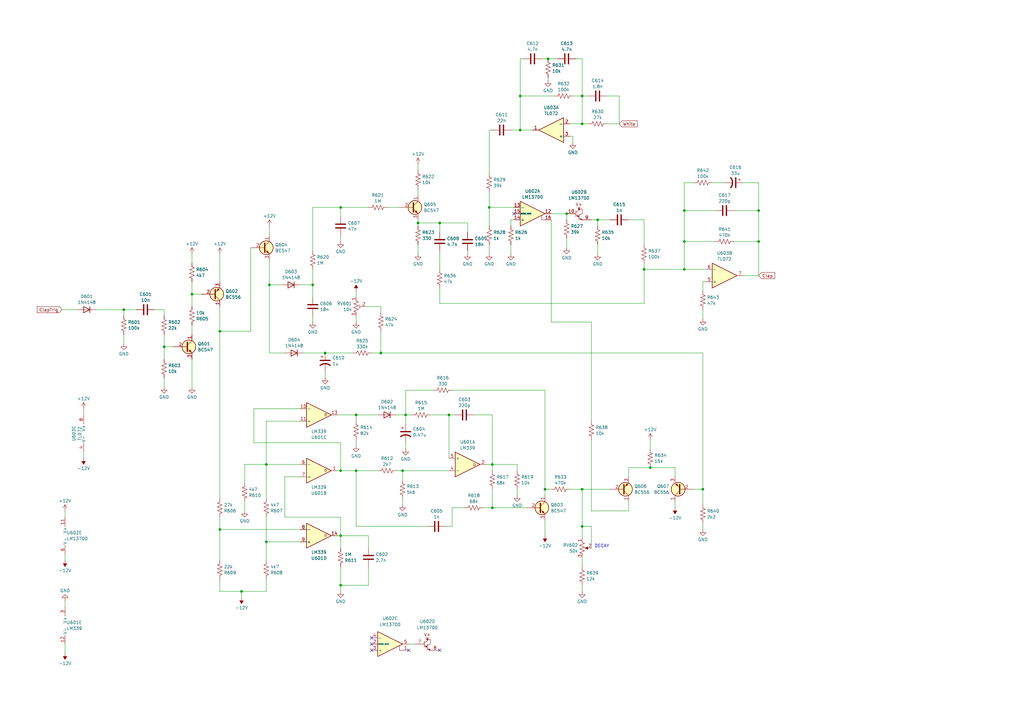
<source format=kicad_sch>
(kicad_sch (version 20230121) (generator eeschema)
  (paper "A3")
  (junction (at 78.74 120.65))
  (junction (at 90.17 217.17))
  (junction (at 213.36 39.37))
  (junction (at 224.79 24.13))
  (junction (at 311.15 86.36))
  (junction (at 99.06 242.57))
  (junction (at 245.11 90.17))
  (junction (at 50.8 127))
  (junction (at 133.35 144.78))
  (junction (at 166.37 170.18))
  (junction (at 288.29 200.66))
  (junction (at 165.1 193.04))
  (junction (at 232.41 87.63))
  (junction (at 238.76 215.9))
  (junction (at 90.17 135.89))
  (junction (at 266.7 191.77))
  (junction (at 264.16 110.49))
  (junction (at 156.21 144.78))
  (junction (at 238.76 39.37))
  (junction (at 223.52 200.66))
  (junction (at 109.22 222.25))
  (junction (at 213.36 53.34))
  (junction (at 110.49 116.84))
  (junction (at 200.66 85.09))
  (junction (at 146.05 170.18))
  (junction (at 238.76 50.8))
  (junction (at 201.93 190.5))
  (junction (at 139.7 240.03))
  (junction (at 171.45 91.44))
  (junction (at 67.31 142.24))
  (junction (at 128.27 116.84))
  (junction (at 184.15 170.18))
  (junction (at 146.05 193.04))
  (junction (at 109.22 190.5))
  (junction (at 311.15 99.06))
  (junction (at 201.93 208.28))
  (junction (at 139.7 85.09))
  (junction (at 280.67 110.49))
  (junction (at 139.7 219.71))
  (junction (at 238.76 200.66))
  (junction (at 180.34 91.44))
  (junction (at 280.67 99.06))
  (junction (at 280.67 86.36))
  (junction (at 139.7 193.04))
  (no_connect (at 152.4 266.7))
  (no_connect (at 167.64 266.7))
  (no_connect (at 180.34 266.7))
  (no_connect (at 152.4 261.62))
  (no_connect (at 152.4 264.16))
  (no_connect (at 210.82 87.63))
  (wire (pts (xy 146.05 129.54) (xy 146.05 132.08)))
  (wire (pts (xy 99.06 242.57) (xy 109.22 242.57)))
  (wire (pts (xy 224.79 24.13) (xy 228.6 24.13)))
  (wire (pts (xy 280.67 99.06) (xy 280.67 110.49)))
  (wire (pts (xy 26.67 264.16) (xy 26.67 267.97)))
  (wire (pts (xy 184.15 170.18) (xy 186.69 170.18)))
  (wire (pts (xy 201.93 190.5) (xy 201.93 193.04)))
  (wire (pts (xy 238.76 215.9) (xy 238.76 220.98)))
  (wire (pts (xy 288.29 207.01) (xy 288.29 200.66)))
  (wire (pts (xy 311.15 74.93) (xy 311.15 86.36)))
  (wire (pts (xy 209.55 100.33) (xy 209.55 104.14)))
  (wire (pts (xy 185.42 215.9) (xy 185.42 208.28)))
  (wire (pts (xy 110.49 144.78) (xy 110.49 116.84)))
  (wire (pts (xy 123.19 116.84) (xy 128.27 116.84)))
  (wire (pts (xy 67.31 142.24) (xy 67.31 147.32)))
  (wire (pts (xy 123.19 167.64) (xy 104.14 167.64)))
  (wire (pts (xy 104.14 167.64) (xy 104.14 181.61)))
  (wire (pts (xy 264.16 90.17) (xy 257.81 90.17)))
  (wire (pts (xy 104.14 181.61) (xy 139.7 181.61)))
  (wire (pts (xy 223.52 200.66) (xy 226.06 200.66)))
  (wire (pts (xy 209.55 53.34) (xy 213.36 53.34)))
  (wire (pts (xy 201.93 208.28) (xy 215.9 208.28)))
  (wire (pts (xy 128.27 129.54) (xy 128.27 132.08)))
  (wire (pts (xy 180.34 102.87) (xy 180.34 110.49)))
  (wire (pts (xy 194.31 170.18) (xy 201.93 170.18)))
  (wire (pts (xy 110.49 116.84) (xy 110.49 106.68)))
  (wire (pts (xy 90.17 135.89) (xy 90.17 204.47)))
  (wire (pts (xy 284.48 74.93) (xy 280.67 74.93)))
  (wire (pts (xy 50.8 137.16) (xy 50.8 140.97)))
  (wire (pts (xy 185.42 208.28) (xy 190.5 208.28)))
  (wire (pts (xy 171.45 67.31) (xy 171.45 69.85)))
  (wire (pts (xy 288.29 200.66) (xy 284.48 200.66)))
  (wire (pts (xy 224.79 31.75) (xy 224.79 33.02)))
  (wire (pts (xy 109.22 212.09) (xy 109.22 222.25)))
  (wire (pts (xy 162.56 170.18) (xy 166.37 170.18)))
  (wire (pts (xy 254 50.8) (xy 254 39.37)))
  (wire (pts (xy 209.55 90.17) (xy 210.82 90.17)))
  (wire (pts (xy 245.11 90.17) (xy 245.11 92.71)))
  (wire (pts (xy 139.7 219.71) (xy 138.43 219.71)))
  (wire (pts (xy 242.57 90.17) (xy 245.11 90.17)))
  (wire (pts (xy 245.11 100.33) (xy 245.11 104.14)))
  (wire (pts (xy 109.22 190.5) (xy 123.19 190.5)))
  (wire (pts (xy 139.7 193.04) (xy 146.05 193.04)))
  (wire (pts (xy 26.67 246.38) (xy 26.67 248.92)))
  (wire (pts (xy 288.29 144.78) (xy 288.29 200.66)))
  (wire (pts (xy 123.19 172.72) (xy 109.22 172.72)))
  (wire (pts (xy 165.1 204.47) (xy 165.1 207.01)))
  (wire (pts (xy 184.15 170.18) (xy 184.15 187.96)))
  (wire (pts (xy 67.31 142.24) (xy 71.12 142.24)))
  (wire (pts (xy 257.81 209.55) (xy 257.81 205.74)))
  (wire (pts (xy 276.86 191.77) (xy 276.86 195.58)))
  (wire (pts (xy 100.33 198.12) (xy 100.33 190.5)))
  (wire (pts (xy 232.41 97.79) (xy 232.41 101.6)))
  (wire (pts (xy 167.64 264.16) (xy 170.18 264.16)))
  (wire (pts (xy 201.93 170.18) (xy 201.93 190.5)))
  (wire (pts (xy 152.4 144.78) (xy 156.21 144.78)))
  (wire (pts (xy 238.76 240.03) (xy 238.76 242.57)))
  (wire (pts (xy 266.7 191.77) (xy 276.86 191.77)))
  (wire (pts (xy 276.86 205.74) (xy 276.86 208.28)))
  (wire (pts (xy 311.15 86.36) (xy 311.15 99.06)))
  (wire (pts (xy 238.76 228.6) (xy 238.76 232.41)))
  (wire (pts (xy 222.25 24.13) (xy 224.79 24.13)))
  (wire (pts (xy 109.22 242.57) (xy 109.22 237.49)))
  (wire (pts (xy 242.57 224.79) (xy 242.57 215.9)))
  (wire (pts (xy 139.7 193.04) (xy 138.43 193.04)))
  (wire (pts (xy 238.76 24.13) (xy 236.22 24.13)))
  (wire (pts (xy 257.81 195.58) (xy 257.81 191.77)))
  (wire (pts (xy 139.7 212.09) (xy 139.7 219.71)))
  (wire (pts (xy 180.34 91.44) (xy 180.34 95.25)))
  (wire (pts (xy 133.35 144.78) (xy 144.78 144.78)))
  (wire (pts (xy 288.29 127) (xy 288.29 130.81)))
  (wire (pts (xy 99.06 245.11) (xy 99.06 242.57)))
  (wire (pts (xy 156.21 144.78) (xy 288.29 144.78)))
  (wire (pts (xy 180.34 118.11) (xy 180.34 124.46)))
  (wire (pts (xy 123.19 195.58) (xy 116.84 195.58)))
  (wire (pts (xy 34.29 185.42) (xy 34.29 187.96)))
  (wire (pts (xy 78.74 120.65) (xy 82.55 120.65)))
  (wire (pts (xy 162.56 193.04) (xy 165.1 193.04)))
  (wire (pts (xy 280.67 86.36) (xy 280.67 99.06)))
  (wire (pts (xy 90.17 125.73) (xy 90.17 135.89)))
  (wire (pts (xy 257.81 191.77) (xy 266.7 191.77)))
  (wire (pts (xy 67.31 137.16) (xy 67.31 142.24)))
  (wire (pts (xy 90.17 104.14) (xy 90.17 115.57)))
  (wire (pts (xy 180.34 91.44) (xy 191.77 91.44)))
  (wire (pts (xy 115.57 116.84) (xy 110.49 116.84)))
  (wire (pts (xy 139.7 181.61) (xy 139.7 193.04)))
  (wire (pts (xy 151.13 219.71) (xy 151.13 224.79)))
  (wire (pts (xy 238.76 50.8) (xy 238.76 39.37)))
  (wire (pts (xy 139.7 219.71) (xy 139.7 224.79)))
  (wire (pts (xy 90.17 212.09) (xy 90.17 217.17)))
  (wire (pts (xy 139.7 85.09) (xy 151.13 85.09)))
  (wire (pts (xy 280.67 99.06) (xy 293.37 99.06)))
  (wire (pts (xy 156.21 125.73) (xy 156.21 128.27)))
  (wire (pts (xy 110.49 92.71) (xy 110.49 96.52)))
  (wire (pts (xy 138.43 170.18) (xy 146.05 170.18)))
  (wire (pts (xy 213.36 24.13) (xy 213.36 39.37)))
  (wire (pts (xy 264.16 90.17) (xy 264.16 100.33)))
  (wire (pts (xy 102.87 101.6) (xy 102.87 135.89)))
  (wire (pts (xy 78.74 120.65) (xy 78.74 125.73)))
  (wire (pts (xy 139.7 240.03) (xy 139.7 242.57)))
  (wire (pts (xy 213.36 39.37) (xy 227.33 39.37)))
  (wire (pts (xy 200.66 100.33) (xy 200.66 104.14)))
  (wire (pts (xy 63.5 127) (xy 67.31 127)))
  (wire (pts (xy 128.27 116.84) (xy 128.27 121.92)))
  (wire (pts (xy 200.66 85.09) (xy 210.82 85.09)))
  (wire (pts (xy 201.93 190.5) (xy 212.09 190.5)))
  (wire (pts (xy 238.76 50.8) (xy 241.3 50.8)))
  (wire (pts (xy 90.17 242.57) (xy 90.17 237.49)))
  (wire (pts (xy 198.12 208.28) (xy 201.93 208.28)))
  (wire (pts (xy 146.05 193.04) (xy 154.94 193.04)))
  (wire (pts (xy 124.46 144.78) (xy 133.35 144.78)))
  (wire (pts (xy 191.77 91.44) (xy 191.77 95.25)))
  (wire (pts (xy 232.41 87.63) (xy 232.41 90.17)))
  (wire (pts (xy 146.05 180.34) (xy 146.05 182.88)))
  (wire (pts (xy 128.27 110.49) (xy 128.27 116.84)))
  (wire (pts (xy 200.66 92.71) (xy 200.66 85.09)))
  (wire (pts (xy 116.84 195.58) (xy 116.84 212.09)))
  (wire (pts (xy 171.45 100.33) (xy 171.45 104.14)))
  (wire (pts (xy 238.76 200.66) (xy 238.76 215.9)))
  (wire (pts (xy 266.7 180.34) (xy 266.7 184.15)))
  (wire (pts (xy 280.67 110.49) (xy 289.56 110.49)))
  (wire (pts (xy 248.92 50.8) (xy 254 50.8)))
  (wire (pts (xy 39.37 127) (xy 50.8 127)))
  (wire (pts (xy 26.67 209.55) (xy 26.67 212.09)))
  (wire (pts (xy 242.57 209.55) (xy 257.81 209.55)))
  (wire (pts (xy 226.06 87.63) (xy 232.41 87.63)))
  (wire (pts (xy 171.45 77.47) (xy 171.45 80.01)))
  (wire (pts (xy 109.22 190.5) (xy 109.22 204.47)))
  (wire (pts (xy 176.53 170.18) (xy 184.15 170.18)))
  (wire (pts (xy 139.7 219.71) (xy 151.13 219.71)))
  (wire (pts (xy 242.57 209.55) (xy 242.57 180.34)))
  (wire (pts (xy 146.05 170.18) (xy 146.05 172.72)))
  (wire (pts (xy 200.66 53.34) (xy 201.93 53.34)))
  (wire (pts (xy 264.16 107.95) (xy 264.16 110.49)))
  (wire (pts (xy 175.26 215.9) (xy 146.05 215.9)))
  (wire (pts (xy 242.57 172.72) (xy 242.57 132.08)))
  (wire (pts (xy 234.95 58.42) (xy 234.95 55.88)))
  (wire (pts (xy 288.29 119.38) (xy 288.29 115.57)))
  (wire (pts (xy 311.15 113.03) (xy 304.8 113.03)))
  (wire (pts (xy 78.74 104.14) (xy 78.74 107.95)))
  (wire (pts (xy 171.45 90.17) (xy 171.45 91.44)))
  (wire (pts (xy 201.93 200.66) (xy 201.93 208.28)))
  (wire (pts (xy 165.1 193.04) (xy 184.15 193.04)))
  (wire (pts (xy 116.84 212.09) (xy 139.7 212.09)))
  (wire (pts (xy 25.4 127) (xy 31.75 127)))
  (wire (pts (xy 201.93 190.5) (xy 199.39 190.5)))
  (wire (pts (xy 223.52 213.36) (xy 223.52 219.71)))
  (wire (pts (xy 139.7 232.41) (xy 139.7 240.03)))
  (wire (pts (xy 233.68 50.8) (xy 238.76 50.8)))
  (wire (pts (xy 90.17 217.17) (xy 90.17 229.87)))
  (wire (pts (xy 288.29 214.63) (xy 288.29 217.17)))
  (wire (pts (xy 242.57 132.08) (xy 226.06 132.08)))
  (wire (pts (xy 158.75 85.09) (xy 163.83 85.09)))
  (wire (pts (xy 238.76 200.66) (xy 250.19 200.66)))
  (wire (pts (xy 238.76 215.9) (xy 242.57 215.9)))
  (wire (pts (xy 100.33 205.74) (xy 100.33 209.55)))
  (wire (pts (xy 245.11 90.17) (xy 250.19 90.17)))
  (wire (pts (xy 102.87 135.89) (xy 90.17 135.89)))
  (wire (pts (xy 223.52 200.66) (xy 223.52 160.02)))
  (wire (pts (xy 139.7 240.03) (xy 151.13 240.03)))
  (wire (pts (xy 149.86 125.73) (xy 156.21 125.73)))
  (wire (pts (xy 78.74 133.35) (xy 78.74 137.16)))
  (wire (pts (xy 151.13 240.03) (xy 151.13 232.41)))
  (wire (pts (xy 156.21 144.78) (xy 156.21 135.89)))
  (wire (pts (xy 146.05 215.9) (xy 146.05 193.04)))
  (wire (pts (xy 223.52 203.2) (xy 223.52 200.66)))
  (wire (pts (xy 166.37 170.18) (xy 166.37 173.99)))
  (wire (pts (xy 99.06 242.57) (xy 90.17 242.57)))
  (wire (pts (xy 214.63 24.13) (xy 213.36 24.13)))
  (wire (pts (xy 292.1 74.93) (xy 297.18 74.93)))
  (wire (pts (xy 146.05 119.38) (xy 146.05 121.92)))
  (wire (pts (xy 264.16 110.49) (xy 264.16 124.46)))
  (wire (pts (xy 128.27 85.09) (xy 139.7 85.09)))
  (wire (pts (xy 280.67 86.36) (xy 293.37 86.36)))
  (wire (pts (xy 171.45 91.44) (xy 171.45 92.71)))
  (wire (pts (xy 109.22 222.25) (xy 123.19 222.25)))
  (wire (pts (xy 26.67 227.33) (xy 26.67 229.87)))
  (wire (pts (xy 67.31 127) (xy 67.31 129.54)))
  (wire (pts (xy 139.7 85.09) (xy 139.7 88.9)))
  (wire (pts (xy 280.67 74.93) (xy 280.67 86.36)))
  (wire (pts (xy 171.45 91.44) (xy 180.34 91.44)))
  (wire (pts (xy 288.29 115.57) (xy 289.56 115.57)))
  (wire (pts (xy 78.74 115.57) (xy 78.74 120.65)))
  (wire (pts (xy 213.36 39.37) (xy 213.36 53.34)))
  (wire (pts (xy 165.1 193.04) (xy 165.1 196.85)))
  (wire (pts (xy 223.52 160.02) (xy 185.42 160.02)))
  (wire (pts (xy 200.66 71.12) (xy 200.66 53.34)))
  (wire (pts (xy 166.37 160.02) (xy 166.37 170.18)))
  (wire (pts (xy 209.55 92.71) (xy 209.55 90.17)))
  (wire (pts (xy 109.22 172.72) (xy 109.22 190.5)))
  (wire (pts (xy 234.95 39.37) (xy 238.76 39.37)))
  (wire (pts (xy 300.99 86.36) (xy 311.15 86.36)))
  (wire (pts (xy 50.8 127) (xy 55.88 127)))
  (wire (pts (xy 166.37 170.18) (xy 168.91 170.18)))
  (wire (pts (xy 264.16 110.49) (xy 280.67 110.49)))
  (wire (pts (xy 182.88 215.9) (xy 185.42 215.9)))
  (wire (pts (xy 166.37 181.61) (xy 166.37 184.15)))
  (wire (pts (xy 116.84 144.78) (xy 110.49 144.78)))
  (wire (pts (xy 304.8 74.93) (xy 311.15 74.93)))
  (wire (pts (xy 200.66 78.74) (xy 200.66 85.09)))
  (wire (pts (xy 300.99 99.06) (xy 311.15 99.06)))
  (wire (pts (xy 133.35 152.4) (xy 133.35 154.94)))
  (wire (pts (xy 50.8 127) (xy 50.8 129.54)))
  (wire (pts (xy 109.22 222.25) (xy 109.22 229.87)))
  (wire (pts (xy 78.74 147.32) (xy 78.74 158.75)))
  (wire (pts (xy 226.06 132.08) (xy 226.06 90.17)))
  (wire (pts (xy 191.77 102.87) (xy 191.77 104.14)))
  (wire (pts (xy 233.68 200.66) (xy 238.76 200.66)))
  (wire (pts (xy 238.76 39.37) (xy 238.76 24.13)))
  (wire (pts (xy 67.31 154.94) (xy 67.31 158.75)))
  (wire (pts (xy 212.09 190.5) (xy 212.09 193.04)))
  (wire (pts (xy 311.15 99.06) (xy 311.15 113.03)))
  (wire (pts (xy 139.7 96.52) (xy 139.7 99.06)))
  (wire (pts (xy 177.8 160.02) (xy 166.37 160.02)))
  (wire (pts (xy 254 39.37) (xy 248.92 39.37)))
  (wire (pts (xy 128.27 102.87) (xy 128.27 85.09)))
  (wire (pts (xy 213.36 53.34) (xy 218.44 53.34)))
  (wire (pts (xy 146.05 170.18) (xy 154.94 170.18)))
  (wire (pts (xy 238.76 39.37) (xy 241.3 39.37)))
  (wire (pts (xy 100.33 190.5) (xy 109.22 190.5)))
  (wire (pts (xy 180.34 124.46) (xy 264.16 124.46)))
  (wire (pts (xy 90.17 217.17) (xy 123.19 217.17)))
  (wire (pts (xy 234.95 55.88) (xy 233.68 55.88)))
  (wire (pts (xy 34.29 167.64) (xy 34.29 170.18)))
  (wire (pts (xy 212.09 200.66) (xy 212.09 203.2)))
  (text "DECAY" (at 243.84 224.79 0) (effects (font (size 1.27 1.27)) (justify left bottom)))
  (global_label "White" (shape input) (at 254 50.8 0) (property "Intersheetrefs" "${INTERSHEET_REFS}" (effects hide)))
  (global_label "ClapTrig" (shape input) (at 25.4 127 180) (property "Intersheetrefs" "${INTERSHEET_REFS}" (effects hide)))
  (global_label "Clap" (shape input) (at 311.15 113.03 0) (property "Intersheetrefs" "${INTERSHEET_REFS}" (effects hide)))
  (symbol (lib_id "PCM_4ms_Power-symbol:GND") (at 139.7 242.57 0) (unit 1)
    (property "Reference" "#PWR0610" (effects hide))
    (property "Value" "GND" (at 139.7 246.7031 0))
  )
  (symbol (lib_id "Diode:1N4148") (at 35.56 127 180) (unit 1)
    (property "Reference" "D601" (at 35.56 121.5857 0))
    (property "Value" "1N4148" (at 35.56 124.0099 0))
    (property "Footprint" "Diode_THT:D_DO-35_SOD27_P7.62mm_Horizontal" (effects hide))
    (property "Datasheet" "https://assets.nexperia.com/documents/data-sheet/1N4148_1N4448.pdf" (effects hide))
    (property "Sim.Device" "D" (effects hide))
    (property "Sim.Pins" "1=K 2=A" (effects hide))
  )
  (symbol (lib_id "Device:R_US") (at 201.93 196.85 180) (unit 1)
    (property "Reference" "R617" (at 203.581 195.6379 0) (effects (justify right)))
    (property "Value" "68k" (at 203.581 198.0621 0) (effects (justify right)))
    (property "Footprint" "PCM_Resistor_THT_AKL:R_Axial_DIN0207_L6.3mm_D2.5mm_P7.62mm_Horizontal" (effects hide))
  )
  (symbol (lib_id "Device:R_US") (at 109.22 208.28 0) (mirror x) (unit 1)
    (property "Reference" "R607" (at 110.871 209.4921 0) (effects (justify left)))
    (property "Value" "4k7" (at 110.871 207.0679 0) (effects (justify left)))
    (property "Footprint" "PCM_Resistor_THT_AKL:R_Axial_DIN0207_L6.3mm_D2.5mm_P7.62mm_Horizontal" (effects hide))
  )
  (symbol (lib_id "power:-12V") (at 223.52 219.71 180) (unit 1)
    (property "Reference" "#PWR0614" (effects hide))
    (property "Value" "-12V" (at 223.52 223.8431 0))
  )
  (symbol (lib_id "Device:C") (at 191.77 99.06 0) (unit 1)
    (property "Reference" "C609" (at 194.691 97.8479 0) (effects (justify left)))
    (property "Value" "18n" (at 194.691 100.2721 0) (effects (justify left)))
    (property "Footprint" "Capacitor_THT:C_Disc_D4.7mm_W2.5mm_P5.00mm" (effects hide))
  )
  (symbol (lib_id "Diode:1N4148") (at 158.75 170.18 180) (unit 1)
    (property "Reference" "D602" (at 158.75 164.7657 0))
    (property "Value" "1N4148" (at 158.75 167.1899 0))
    (property "Footprint" "Diode_THT:D_DO-35_SOD27_P7.62mm_Horizontal" (effects hide))
    (property "Datasheet" "https://assets.nexperia.com/documents/data-sheet/1N4148_1N4448.pdf" (effects hide))
    (property "Sim.Device" "D" (effects hide))
    (property "Sim.Pins" "1=K 2=A" (effects hide))
  )
  (symbol (lib_id "PCM_4ms_Power-symbol:GND") (at 139.7 99.06 0) (unit 1)
    (property "Reference" "#PWR0618" (effects hide))
    (property "Value" "GND" (at 139.7 103.1931 0))
  )
  (symbol (lib_id "Device:C") (at 151.13 228.6 0) (unit 1)
    (property "Reference" "C602" (at 154.051 227.3879 0) (effects (justify left)))
    (property "Value" "2.7n" (at 154.051 229.8121 0) (effects (justify left)))
    (property "Footprint" "Capacitor_THT:C_Disc_D4.7mm_W2.5mm_P5.00mm" (effects hide))
  )
  (symbol (lib_id "Device:R_US") (at 158.75 193.04 90) (unit 1)
    (property "Reference" "R612" (at 158.75 188.0067 90))
    (property "Value" "2k7" (at 158.75 190.4309 90))
    (property "Footprint" "PCM_Resistor_THT_AKL:R_Axial_DIN0207_L6.3mm_D2.5mm_P7.62mm_Horizontal" (effects hide))
  )
  (symbol (lib_id "Device:R_US") (at 266.7 187.96 180) (unit 1)
    (property "Reference" "R634" (at 268.351 186.7479 0) (effects (justify right)))
    (property "Value" "15k" (at 268.351 189.1721 0) (effects (justify right)))
    (property "Footprint" "PCM_Resistor_THT_AKL:R_Axial_DIN0207_L6.3mm_D2.5mm_P7.62mm_Horizontal" (effects hide))
  )
  (symbol (lib_id "Device:R_US") (at 288.29 74.93 90) (unit 1)
    (property "Reference" "R642" (at 288.29 69.8967 90))
    (property "Value" "100k" (at 288.29 72.3209 90))
    (property "Footprint" "PCM_Resistor_THT_AKL:R_Axial_DIN0207_L6.3mm_D2.5mm_P7.62mm_Horizontal" (effects hide))
  )
  (symbol (lib_id "Device:R_US") (at 109.22 233.68 0) (mirror x) (unit 1)
    (property "Reference" "R608" (at 110.871 234.8921 0) (effects (justify left)))
    (property "Value" "4k7" (at 110.871 232.4679 0) (effects (justify left)))
    (property "Footprint" "PCM_Resistor_THT_AKL:R_Axial_DIN0207_L6.3mm_D2.5mm_P7.62mm_Horizontal" (effects hide))
  )
  (symbol (lib_id "power:-12V") (at 34.29 187.96 180) (unit 1)
    (property "Reference" "#PWR0629" (effects hide))
    (property "Value" "-12V" (at 34.29 192.0931 0))
  )
  (symbol (lib_id "PCM_4ms_Power-symbol:GND") (at 78.74 158.75 0) (unit 1)
    (property "Reference" "#PWR0603" (effects hide))
    (property "Value" "GND" (at 78.74 162.8831 0))
  )
  (symbol (lib_id "Device:R_US") (at 288.29 123.19 0) (unit 1)
    (property "Reference" "R643" (at 289.941 121.9779 0) (effects (justify left)))
    (property "Value" "47k" (at 289.941 124.4021 0) (effects (justify left)))
    (property "Footprint" "PCM_Resistor_THT_AKL:R_Axial_DIN0207_L6.3mm_D2.5mm_P7.62mm_Horizontal" (effects hide))
  )
  (symbol (lib_id "PCM_4ms_Power-symbol:GND") (at 288.29 130.81 0) (unit 1)
    (property "Reference" "#PWR0639" (effects hide))
    (property "Value" "GND" (at 288.29 134.9431 0))
  )
  (symbol (lib_id "PCM_4ms_Power-symbol:GND") (at 232.41 101.6 0) (unit 1)
    (property "Reference" "#PWR0626" (effects hide))
    (property "Value" "GND" (at 232.41 105.7331 0))
  )
  (symbol (lib_id "Device:C_Polarized_US") (at 300.99 74.93 270) (unit 1)
    (property "Reference" "C616" (at 301.625 68.6267 90))
    (property "Value" "33u" (at 301.625 71.0509 90))
    (property "Footprint" "Capacitor_THT:CP_Radial_D6.3mm_P2.50mm" (effects hide))
  )
  (symbol (lib_id "PCM_Transistor_BJT_AKL:BC556") (at 87.63 120.65 0) (unit 1)
    (property "Reference" "Q602" (at 92.4814 119.4379 0) (effects (justify left)))
    (property "Value" "BC556" (at 92.4814 121.8621 0) (effects (justify left)))
    (property "Footprint" "Package_TO_SOT_THT:TO-92L_HandSolder" (effects hide))
    (property "Datasheet" "https://www.tme.eu/Document/19c3b49670dc51eab7374dcc2c4f9200/BC556-BC560.pdf" (effects hide))
  )
  (symbol (lib_id "PCM_4ms_Power-symbol:+12V") (at 110.49 92.71 0) (unit 1)
    (property "Reference" "#PWR0616" (effects hide))
    (property "Value" "+12V" (at 110.49 88.5769 0))
  )
  (symbol (lib_id "PCM_4ms_Power-symbol:GND") (at 191.77 104.14 0) (unit 1)
    (property "Reference" "#PWR0623" (effects hide))
    (property "Value" "GND" (at 191.77 108.2731 0))
  )
  (symbol (lib_id "Device:R_US") (at 245.11 50.8 90) (unit 1)
    (property "Reference" "R630" (at 245.11 45.7667 90))
    (property "Value" "27k" (at 245.11 48.1909 90))
    (property "Footprint" "PCM_Resistor_THT_AKL:R_Axial_DIN0207_L6.3mm_D2.5mm_P7.62mm_Horizontal" (effects hide))
  )
  (symbol (lib_id "PCM_4ms_Power-symbol:GND") (at 238.76 242.57 0) (unit 1)
    (property "Reference" "#PWR0637" (effects hide))
    (property "Value" "GND" (at 238.76 246.7031 0))
  )
  (symbol (lib_id "Device:R_US") (at 139.7 228.6 0) (mirror x) (unit 1)
    (property "Reference" "R611" (at 141.351 229.8121 0) (effects (justify left)))
    (property "Value" "1M" (at 141.351 227.3879 0) (effects (justify left)))
    (property "Footprint" "PCM_Resistor_THT_AKL:R_Axial_DIN0207_L6.3mm_D2.5mm_P7.62mm_Horizontal" (effects hide))
  )
  (symbol (lib_id "PCM_4ms_Power-symbol:GND") (at 67.31 158.75 0) (unit 1)
    (property "Reference" "#PWR0601" (effects hide))
    (property "Value" "GND" (at 67.31 162.8831 0))
  )
  (symbol (lib_id "Device:C") (at 232.41 24.13 90) (unit 1)
    (property "Reference" "C613" (at 232.41 17.8267 90))
    (property "Value" "4.7n" (at 232.41 20.2509 90))
    (property "Footprint" "Capacitor_THT:C_Disc_D4.7mm_W2.5mm_P5.00mm" (effects hide))
  )
  (symbol (lib_id "Device:C") (at 190.5 170.18 270) (unit 1)
    (property "Reference" "C603" (at 190.5 163.8767 90))
    (property "Value" "220p" (at 190.5 166.3009 90))
    (property "Footprint" "Capacitor_THT:C_Disc_D4.7mm_W2.5mm_P5.00mm" (effects hide))
  )
  (symbol (lib_id "Device:C") (at 205.74 53.34 90) (unit 1)
    (property "Reference" "C611" (at 205.74 47.0367 90))
    (property "Value" "22n" (at 205.74 49.4609 90))
    (property "Footprint" "Capacitor_THT:C_Disc_D4.7mm_W2.5mm_P5.00mm" (effects hide))
  )
  (symbol (lib_id "PCM_Transistor_BJT_AKL:BC547") (at 107.95 101.6 0) (unit 1)
    (property "Reference" "Q604" (at 112.8014 100.3879 0) (effects (justify left)))
    (property "Value" "BC547" (at 112.8014 102.8121 0) (effects (justify left)))
    (property "Footprint" "Package_TO_SOT_THT:TO-92L_HandSolder" (effects hide))
    (property "Datasheet" "https://www.tme.eu/Document/6c5d898a533a0762c2bc33eb26c283a8/BC546-550-DTE.pdf" (effects hide))
  )
  (symbol (lib_id "Device:C") (at 179.07 215.9 270) (unit 1)
    (property "Reference" "C605" (at 179.07 209.5967 90))
    (property "Value" "1n" (at 179.07 212.0209 90))
    (property "Footprint" "Capacitor_THT:C_Disc_D4.7mm_W2.5mm_P5.00mm" (effects hide))
  )
  (symbol (lib_id "Diode:1N4148") (at 120.65 144.78 180) (unit 1)
    (property "Reference" "D604" (at 120.65 139.3657 0))
    (property "Value" "1N4148" (at 120.65 141.7899 0))
    (property "Footprint" "Diode_THT:D_DO-35_SOD27_P7.62mm_Horizontal" (effects hide))
    (property "Datasheet" "https://assets.nexperia.com/documents/data-sheet/1N4148_1N4448.pdf" (effects hide))
    (property "Sim.Device" "D" (effects hide))
    (property "Sim.Pins" "1=K 2=A" (effects hide))
  )
  (symbol (lib_id "Comparator:LM339") (at 29.21 256.54 0) (unit 5)
    (property "Reference" "U601" (at 27.305 255.3279 0) (effects (justify left)))
    (property "Value" "LM339" (at 27.305 257.7521 0) (effects (justify left)))
    (property "Footprint" "Package_DIP:DIP-14_W7.62mm" (effects hide))
    (property "Datasheet" "https://www.st.com/resource/en/datasheet/lm139.pdf" (effects hide))
  )
  (symbol (lib_id "Device:C") (at 297.18 86.36 90) (unit 1)
    (property "Reference" "C617" (at 297.18 80.0567 90))
    (property "Value" "220p" (at 297.18 82.4809 90))
    (property "Footprint" "Capacitor_THT:C_Disc_D4.7mm_W2.5mm_P5.00mm" (effects hide))
  )
  (symbol (lib_id "PCM_4ms_Power-symbol:GND") (at 100.33 209.55 0) (unit 1)
    (property "Reference" "#PWR0609" (effects hide))
    (property "Value" "GND" (at 100.33 213.6831 0))
  )
  (symbol (lib_id "Device:R_US") (at 232.41 93.98 0) (unit 1)
    (property "Reference" "R627" (at 234.061 92.7679 0) (effects (justify left)))
    (property "Value" "39k" (at 234.061 95.1921 0) (effects (justify left)))
    (property "Footprint" "PCM_Resistor_THT_AKL:R_Axial_DIN0207_L6.3mm_D2.5mm_P7.62mm_Horizontal" (effects hide))
  )
  (symbol (lib_id "PCM_Transistor_BJT_AKL:BC547") (at 168.91 85.09 0) (unit 1)
    (property "Reference" "Q605" (at 173.7614 83.8779 0) (effects (justify left)))
    (property "Value" "BC547" (at 173.7614 86.3021 0) (effects (justify left)))
    (property "Footprint" "Package_TO_SOT_THT:TO-92L_HandSolder" (effects hide))
    (property "Datasheet" "https://www.tme.eu/Document/6c5d898a533a0762c2bc33eb26c283a8/BC546-550-DTE.pdf" (effects hide))
  )
  (symbol (lib_id "PCM_4ms_Power-symbol:GND") (at 133.35 154.94 0) (unit 1)
    (property "Reference" "#PWR0624" (effects hide))
    (property "Value" "GND" (at 133.35 159.0731 0))
  )
  (symbol (lib_id "Device:R_US") (at 78.74 129.54 0) (mirror x) (unit 1)
    (property "Reference" "R605" (at 80.391 130.7521 0) (effects (justify left)))
    (property "Value" "10k" (at 80.391 128.3279 0) (effects (justify left)))
    (property "Footprint" "PCM_Resistor_THT_AKL:R_Axial_DIN0207_L6.3mm_D2.5mm_P7.62mm_Horizontal" (effects hide))
  )
  (symbol (lib_id "power:-12V") (at 26.67 229.87 180) (unit 1)
    (property "Reference" "#PWR0635" (effects hide))
    (property "Value" "-12V" (at 26.67 234.0031 0))
  )
  (symbol (lib_id "Device:R_US") (at 238.76 236.22 180) (unit 1)
    (property "Reference" "R639" (at 240.411 235.0079 0) (effects (justify right)))
    (property "Value" "12k" (at 240.411 237.4321 0) (effects (justify right)))
    (property "Footprint" "PCM_Resistor_THT_AKL:R_Axial_DIN0207_L6.3mm_D2.5mm_P7.62mm_Horizontal" (effects hide))
  )
  (symbol (lib_id "Device:R_US") (at 148.59 144.78 90) (unit 1)
    (property "Reference" "R625" (at 148.59 139.7467 90))
    (property "Value" "330k" (at 148.59 142.1709 90))
    (property "Footprint" "PCM_Resistor_THT_AKL:R_Axial_DIN0207_L6.3mm_D2.5mm_P7.62mm_Horizontal" (effects hide))
  )
  (symbol (lib_id "Device:R_US") (at 171.45 73.66 0) (unit 1)
    (property "Reference" "R622" (at 173.101 72.4479 0) (effects (justify left)))
    (property "Value" "10k" (at 173.101 74.8721 0) (effects (justify left)))
    (property "Footprint" "PCM_Resistor_THT_AKL:R_Axial_DIN0207_L6.3mm_D2.5mm_P7.62mm_Horizontal" (effects hide))
  )
  (symbol (lib_id "Amplifier_Operational:LM13700") (at 160.02 264.16 0) (unit 3)
    (property "Reference" "U602" (at 160.02 253.619 0))
    (property "Value" "LM13700" (at 160.02 256.159 0))
    (property "Footprint" "Package_DIP:DIP-16_W7.62mm" (effects hide))
    (property "Datasheet" "http://www.ti.com/lit/ds/symlink/lm13700.pdf" (effects hide))
  )
  (symbol (lib_id "Device:R_US") (at 200.66 74.93 0) (unit 1)
    (property "Reference" "R629" (at 202.311 73.7179 0) (effects (justify left)))
    (property "Value" "39k" (at 202.311 76.1421 0) (effects (justify left)))
    (property "Footprint" "PCM_Resistor_THT_AKL:R_Axial_DIN0207_L6.3mm_D2.5mm_P7.62mm_Horizontal" (effects hide))
  )
  (symbol (lib_id "Device:C_Polarized_US") (at 133.35 148.59 0) (unit 1)
    (property "Reference" "C610" (at 136.271 146.7429 0) (effects (justify left)))
    (property "Value" "1u" (at 136.271 149.1671 0) (effects (justify left)))
    (property "Footprint" "Capacitor_THT:CP_Radial_D5.0mm_P2.00mm" (effects hide))
  )
  (symbol (lib_id "power:-12V") (at 99.06 245.11 180) (unit 1)
    (property "Reference" "#PWR0608" (effects hide))
    (property "Value" "-12V" (at 99.06 249.2431 0))
  )
  (symbol (lib_id "Device:R_US") (at 200.66 96.52 0) (unit 1)
    (property "Reference" "R628" (at 202.311 95.3079 0) (effects (justify left)))
    (property "Value" "1k" (at 202.311 97.7321 0) (effects (justify left)))
    (property "Footprint" "PCM_Resistor_THT_AKL:R_Axial_DIN0207_L6.3mm_D2.5mm_P7.62mm_Horizontal" (effects hide))
  )
  (symbol (lib_id "Device:R_US") (at 264.16 104.14 0) (unit 1)
    (property "Reference" "R637" (at 265.811 102.9279 0) (effects (justify left)))
    (property "Value" "100k" (at 265.811 105.3521 0) (effects (justify left)))
    (property "Footprint" "PCM_Resistor_THT_AKL:R_Axial_DIN0207_L6.3mm_D2.5mm_P7.62mm_Horizontal" (effects hide))
  )
  (symbol (lib_id "Device:C") (at 180.34 99.06 0) (unit 1)
    (property "Reference" "C608" (at 183.261 97.8479 0) (effects (justify left)))
    (property "Value" "4.7n" (at 183.261 100.2721 0) (effects (justify left)))
    (property "Footprint" "Capacitor_THT:C_Disc_D4.7mm_W2.5mm_P5.00mm" (effects hide))
  )
  (symbol (lib_id "Device:R_US") (at 171.45 96.52 0) (unit 1)
    (property "Reference" "R623" (at 173.101 95.3079 0) (effects (justify left)))
    (property "Value" "330" (at 173.101 97.7321 0) (effects (justify left)))
    (property "Footprint" "PCM_Resistor_THT_AKL:R_Axial_DIN0207_L6.3mm_D2.5mm_P7.62mm_Horizontal" (effects hide))
  )
  (symbol (lib_id "Device:C") (at 245.11 39.37 90) (unit 1)
    (property "Reference" "C614" (at 245.11 33.0667 90))
    (property "Value" "1.8n" (at 245.11 35.4909 90))
    (property "Footprint" "Capacitor_THT:C_Disc_D4.7mm_W2.5mm_P5.00mm" (effects hide))
  )
  (symbol (lib_id "Device:R_US") (at 224.79 27.94 0) (unit 1)
    (property "Reference" "R631" (at 226.441 26.7279 0) (effects (justify left)))
    (property "Value" "10k" (at 226.441 29.1521 0) (effects (justify left)))
    (property "Footprint" "PCM_Resistor_THT_AKL:R_Axial_DIN0207_L6.3mm_D2.5mm_P7.62mm_Horizontal" (effects hide))
  )
  (symbol (lib_id "PCM_4ms_Power-symbol:GND") (at 26.67 246.38 180) (unit 1)
    (property "Reference" "#PWR0606" (effects hide))
    (property "Value" "GND" (at 26.67 242.2469 0))
  )
  (symbol (lib_id "PCM_4ms_Power-symbol:GND") (at 224.79 33.02 0) (unit 1)
    (property "Reference" "#PWR0631" (effects hide))
    (property "Value" "GND" (at 224.79 37.1531 0))
  )
  (symbol (lib_id "Device:R_US") (at 212.09 196.85 180) (unit 1)
    (property "Reference" "R619" (at 213.741 195.6379 0) (effects (justify right)))
    (property "Value" "10k" (at 213.741 198.0621 0) (effects (justify right)))
    (property "Footprint" "PCM_Resistor_THT_AKL:R_Axial_DIN0207_L6.3mm_D2.5mm_P7.62mm_Horizontal" (effects hide))
  )
  (symbol (lib_id "PCM_Transistor_BJT_AKL:BC547") (at 76.2 142.24 0) (unit 1)
    (property "Reference" "Q601" (at 81.0514 141.0279 0) (effects (justify left)))
    (property "Value" "BC547" (at 81.0514 143.4521 0) (effects (justify left)))
    (property "Footprint" "Package_TO_SOT_THT:TO-92L_HandSolder" (effects hide))
    (property "Datasheet" "https://www.tme.eu/Document/6c5d898a533a0762c2bc33eb26c283a8/BC546-550-DTE.pdf" (effects hide))
  )
  (symbol (lib_id "Device:R_US") (at 90.17 233.68 0) (mirror x) (unit 1)
    (property "Reference" "R609" (at 91.821 234.8921 0) (effects (justify left)))
    (property "Value" "22k" (at 91.821 232.4679 0) (effects (justify left)))
    (property "Footprint" "PCM_Resistor_THT_AKL:R_Axial_DIN0207_L6.3mm_D2.5mm_P7.62mm_Horizontal" (effects hide))
  )
  (symbol (lib_id "PCM_4ms_Power-symbol:+12V") (at 34.29 167.64 0) (unit 1)
    (property "Reference" "#PWR0628" (effects hide))
    (property "Value" "+12V" (at 34.29 163.5069 0))
  )
  (symbol (lib_id "Device:R_Potentiometer_Trim_US") (at 146.05 125.73 0) (unit 1)
    (property "Reference" "RV601" (at 144.3991 124.5179 0) (effects (justify right)))
    (property "Value" "10k" (at 144.3991 126.9421 0) (effects (justify right)))
    (property "Footprint" "Potentiometer_THT:Potentiometer_Piher_PT-6-V_Vertical" (effects hide))
  )
  (symbol (lib_id "Amplifier_Operational:LM13700") (at 177.8 264.16 0) (unit 4)
    (property "Reference" "U602" (at 175.26 254.889 0))
    (property "Value" "LM13700" (at 175.26 257.429 0))
    (property "Footprint" "Package_DIP:DIP-16_W7.62mm" (effects hide))
    (property "Datasheet" "http://www.ti.com/lit/ds/symlink/lm13700.pdf" (effects hide))
  )
  (symbol (lib_id "Device:R_US") (at 67.31 151.13 0) (unit 1)
    (property "Reference" "R603" (at 68.961 149.9179 0) (effects (justify left)))
    (property "Value" "10k" (at 68.961 152.3421 0) (effects (justify left)))
    (property "Footprint" "PCM_Resistor_THT_AKL:R_Axial_DIN0207_L6.3mm_D2.5mm_P7.62mm_Horizontal" (effects hide))
  )
  (symbol (lib_id "Device:R_US") (at 180.34 114.3 0) (unit 1)
    (property "Reference" "R636" (at 181.991 113.0879 0) (effects (justify left)))
    (property "Value" "47k" (at 181.991 115.5121 0) (effects (justify left)))
    (property "Footprint" "PCM_Resistor_THT_AKL:R_Axial_DIN0207_L6.3mm_D2.5mm_P7.62mm_Horizontal" (effects hide))
  )
  (symbol (lib_id "Device:R_Potentiometer_US") (at 238.76 224.79 0) (unit 1)
    (property "Reference" "RV602" (at 237.1091 223.5779 0) (effects (justify right)))
    (property "Value" "50k" (at 237.1091 226.0021 0) (effects (justify right)))
    (property "Footprint" "Connector_PinHeader_2.54mm:PinHeader_1x03_P2.54mm_Vertical" (effects hide))
  )
  (symbol (lib_id "Device:R_US") (at 288.29 210.82 180) (unit 1)
    (property "Reference" "R640" (at 289.941 209.6079 0) (effects (justify right)))
    (property "Value" "2k2" (at 289.941 212.0321 0) (effects (justify right)))
    (property "Footprint" "PCM_Resistor_THT_AKL:R_Axial_DIN0207_L6.3mm_D2.5mm_P7.62mm_Horizontal" (effects hide))
  )
  (symbol (lib_id "Device:C") (at 139.7 92.71 0) (unit 1)
    (property "Reference" "C607" (at 142.621 91.4979 0) (effects (justify left)))
    (property "Value" "47n" (at 142.621 93.9221 0) (effects (justify left)))
    (property "Footprint" "Capacitor_THT:C_Disc_D4.7mm_W2.5mm_P5.00mm" (effects hide))
  )
  (symbol (lib_id "Device:R_US") (at 242.57 176.53 0) (unit 1)
    (property "Reference" "R638" (at 244.221 175.3179 0) (effects (justify left)))
    (property "Value" "10k" (at 244.221 177.7421 0) (effects (justify left)))
    (property "Footprint" "PCM_Resistor_THT_AKL:R_Axial_DIN0207_L6.3mm_D2.5mm_P7.62mm_Horizontal" (effects hide))
  )
  (symbol (lib_id "PCM_4ms_Power-symbol:GND") (at 234.95 58.42 0) (unit 1)
    (property "Reference" "#PWR0630" (effects hide))
    (property "Value" "GND" (at 234.95 62.5531 0))
  )
  (symbol (lib_id "Device:R_US") (at 50.8 133.35 0) (unit 1)
    (property "Reference" "R601" (at 52.451 132.1379 0) (effects (justify left)))
    (property "Value" "100k" (at 52.451 134.5621 0) (effects (justify left)))
    (property "Footprint" "PCM_Resistor_THT_AKL:R_Axial_DIN0207_L6.3mm_D2.5mm_P7.62mm_Horizontal" (effects hide))
  )
  (symbol (lib_id "Amplifier_Operational:TL072") (at 226.06 53.34 180) (unit 1)
    (property "Reference" "U603" (at 226.06 44.1157 0))
    (property "Value" "TL072" (at 226.06 46.5399 0))
    (property "Footprint" "Package_DIP:DIP-8_W7.62mm" (effects hide))
    (property "Datasheet" "http://www.ti.com/lit/ds/symlink/tl071.pdf" (effects hide))
  )
  (symbol (lib_id "PCM_4ms_Power-symbol:+12V") (at 78.74 104.14 0) (unit 1)
    (property "Reference" "#PWR0604" (effects hide))
    (property "Value" "+12V" (at 78.74 100.0069 0))
  )
  (symbol (lib_id "Device:R_US") (at 78.74 111.76 0) (unit 1)
    (property "Reference" "R604" (at 80.391 110.5479 0) (effects (justify left)))
    (property "Value" "4k7" (at 80.391 112.9721 0) (effects (justify left)))
    (property "Footprint" "PCM_Resistor_THT_AKL:R_Axial_DIN0207_L6.3mm_D2.5mm_P7.62mm_Horizontal" (effects hide))
  )
  (symbol (lib_id "PCM_4ms_Power-symbol:+12V") (at 26.67 209.55 0) (unit 1)
    (property "Reference" "#PWR0634" (effects hide))
    (property "Value" "+12V" (at 26.67 205.4169 0))
  )
  (symbol (lib_id "power:-12V") (at 146.05 119.38 0) (unit 1)
    (property "Reference" "#PWR0621" (effects hide))
    (property "Value" "-12V" (at 146.05 115.2469 0))
  )
  (symbol (lib_id "PCM_4ms_Power-symbol:GND") (at 146.05 182.88 0) (unit 1)
    (property "Reference" "#PWR0612" (effects hide))
    (property "Value" "GND" (at 146.05 187.0131 0))
  )
  (symbol (lib_id "Device:R_US") (at 172.72 170.18 270) (unit 1)
    (property "Reference" "R615" (at 172.72 165.1467 90))
    (property "Value" "1M" (at 172.72 167.5709 90))
    (property "Footprint" "PCM_Resistor_THT_AKL:R_Axial_DIN0207_L6.3mm_D2.5mm_P7.62mm_Horizontal" (effects hide))
  )
  (symbol (lib_id "Device:R_US") (at 67.31 133.35 0) (unit 1)
    (property "Reference" "R602" (at 68.961 132.1379 0) (effects (justify left)))
    (property "Value" "22k" (at 68.961 134.5621 0) (effects (justify left)))
    (property "Footprint" "PCM_Resistor_THT_AKL:R_Axial_DIN0207_L6.3mm_D2.5mm_P7.62mm_Horizontal" (effects hide))
  )
  (symbol (lib_id "Device:C") (at 59.69 127 90) (unit 1)
    (property "Reference" "C601" (at 59.69 120.6967 90))
    (property "Value" "10n" (at 59.69 123.1209 90))
    (property "Footprint" "Capacitor_THT:C_Disc_D4.7mm_W2.5mm_P5.00mm" (effects hide))
  )
  (symbol (lib_id "PCM_4ms_Power-symbol:GND") (at 166.37 184.15 0) (unit 1)
    (property "Reference" "#PWR0613" (effects hide))
    (property "Value" "GND" (at 166.37 188.2831 0))
  )
  (symbol (lib_id "PCM_4ms_Power-symbol:GND") (at 165.1 207.01 0) (unit 1)
    (property "Reference" "#PWR0611" (effects hide))
    (property "Value" "GND" (at 165.1 211.1431 0))
  )
  (symbol (lib_id "Amplifier_Operational:TL072") (at 297.18 113.03 0) (mirror x) (unit 2)
    (property "Reference" "U603" (at 297.18 103.8057 0))
    (property "Value" "TL072" (at 297.18 106.2299 0))
    (property "Footprint" "Package_DIP:DIP-8_W7.62mm" (effects hide))
    (property "Datasheet" "http://www.ti.com/lit/ds/symlink/tl071.pdf" (effects hide))
  )
  (symbol (lib_id "PCM_4ms_Power-symbol:GND") (at 200.66 104.14 0) (unit 1)
    (property "Reference" "#PWR0627" (effects hide))
    (property "Value" "GND" (at 200.66 108.2731 0))
  )
  (symbol (lib_id "Device:R_US") (at 245.11 96.52 0) (unit 1)
    (property "Reference" "R635" (at 246.761 95.3079 0) (effects (justify left)))
    (property "Value" "10k" (at 246.761 97.7321 0) (effects (justify left)))
    (property "Footprint" "PCM_Resistor_THT_AKL:R_Axial_DIN0207_L6.3mm_D2.5mm_P7.62mm_Horizontal" (effects hide))
  )
  (symbol (lib_id "Device:C") (at 254 90.17 90) (unit 1)
    (property "Reference" "C615" (at 254 83.8667 90))
    (property "Value" "1n" (at 254 86.2909 90))
    (property "Footprint" "Capacitor_THT:C_Disc_D4.7mm_W2.5mm_P5.00mm" (effects hide))
  )
  (symbol (lib_id "Amplifier_Operational:LM13700") (at 240.03 87.63 0) (unit 2)
    (property "Reference" "U602" (at 237.49 78.7811 0))
    (property "Value" "LM13700" (at 237.49 81.2053 0))
    (property "Footprint" "Package_DIP:DIP-16_W7.62mm" (effects hide))
    (property "Datasheet" "http://www.ti.com/lit/ds/symlink/lm13700.pdf" (effects hide))
  )
  (symbol (lib_id "Amplifier_Operational:LM13700") (at 218.44 87.63 0) (unit 1)
    (property "Reference" "U602" (at 218.44 78.4057 0))
    (property "Value" "LM13700" (at 218.44 80.8299 0))
    (property "Footprint" "Package_DIP:DIP-16_W7.62mm" (effects hide))
    (property "Datasheet" "http://www.ti.com/lit/ds/symlink/lm13700.pdf" (effects hide))
  )
  (symbol (lib_id "Comparator:LM339") (at 191.77 190.5 0) (unit 1)
    (property "Reference" "U601" (at 191.77 181.2757 0))
    (property "Value" "LM339" (at 191.77 183.6999 0))
    (property "Footprint" "Package_DIP:DIP-14_W7.62mm" (effects hide))
    (property "Datasheet" "https://www.st.com/resource/en/datasheet/lm139.pdf" (effects hide))
  )
  (symbol (lib_id "PCM_4ms_Power-symbol:GND") (at 212.09 203.2 0) (unit 1)
    (property "Reference" "#PWR0615" (effects hide))
    (property "Value" "GND" (at 212.09 207.3331 0))
  )
  (symbol (lib_id "PCM_4ms_Power-symbol:+12V") (at 266.7 180.34 0) (unit 1)
    (property "Reference" "#PWR0633" (effects hide))
    (property "Value" "+12V" (at 266.7 176.2069 0))
  )
  (symbol (lib_id "Device:R_US") (at 128.27 106.68 0) (unit 1)
    (property "Reference" "R620" (at 129.921 105.4679 0) (effects (justify left)))
    (property "Value" "1M" (at 129.921 107.8921 0) (effects (justify left)))
    (property "Footprint" "PCM_Resistor_THT_AKL:R_Axial_DIN0207_L6.3mm_D2.5mm_P7.62mm_Horizontal" (effects hide))
  )
  (symbol (lib_id "Diode:1N4148") (at 119.38 116.84 180) (unit 1)
    (property "Reference" "D603" (at 119.38 111.4257 0))
    (property "Value" "1N4148" (at 119.38 113.8499 0))
    (property "Footprint" "Diode_THT:D_DO-35_SOD27_P7.62mm_Horizontal" (effects hide))
    (property "Datasheet" "https://assets.nexperia.com/documents/data-sheet/1N4148_1N4448.pdf" (effects hide))
    (property "Sim.Device" "D" (effects hide))
    (property "Sim.Pins" "1=K 2=A" (effects hide))
  )
  (symbol (lib_id "PCM_4ms_Power-symbol:+12V") (at 171.45 67.31 0) (unit 1)
    (property "Reference" "#PWR0619" (effects hide))
    (property "Value" "+12V" (at 171.45 63.1769 0))
  )
  (symbol (lib_id "PCM_4ms_Power-symbol:+12V") (at 90.17 104.14 0) (unit 1)
    (property "Reference" "#PWR0605" (effects hide))
    (property "Value" "+12V" (at 90.17 100.0069 0))
  )
  (symbol (lib_id "Device:R_US") (at 229.87 200.66 270) (unit 1)
    (property "Reference" "R633" (at 229.87 195.6267 90))
    (property "Value" "470k" (at 229.87 198.0509 90))
    (property "Footprint" "PCM_Resistor_THT_AKL:R_Axial_DIN0207_L6.3mm_D2.5mm_P7.62mm_Horizontal" (effects hide))
  )
  (symbol (lib_id "Comparator:LM339") (at 130.81 170.18 0) (mirror x) (unit 3)
    (property "Reference" "U601" (at 130.81 179.4043 0))
    (property "Value" "LM339" (at 130.81 176.9801 0))
    (property "Footprint" "Package_DIP:DIP-14_W7.62mm" (effects hide))
    (property "Datasheet" "https://www.st.com/resource/en/datasheet/lm139.pdf" (effects hide))
  )
  (symbol (lib_id "PCM_Transistor_BJT_AKL:BC556") (at 255.27 200.66 0) (unit 1)
    (property "Reference" "Q606" (at 260.1214 199.4479 0) (effects (justify left)))
    (property "Value" "BC556" (at 260.1214 201.8721 0) (effects (justify left)))
    (property "Footprint" "Package_TO_SOT_THT:TO-92L_HandSolder" (effects hide))
    (property "Datasheet" "https://www.tme.eu/Document/19c3b49670dc51eab7374dcc2c4f9200/BC556-BC560.pdf" (effects hide))
  )
  (symbol (lib_id "Amplifier_Operational:LM13700") (at 29.21 219.71 0) (unit 5)
    (property "Reference" "U602" (at 27.305 218.4979 0) (effects (justify left)))
    (property "Value" "LM13700" (at 27.305 220.9221 0) (effects (justify left)))
    (property "Footprint" "Package_DIP:DIP-16_W7.62mm" (effects hide))
    (property "Datasheet" "http://www.ti.com/lit/ds/symlink/lm13700.pdf" (effects hide))
  )
  (symbol (lib_id "Device:R_US") (at 146.05 176.53 180) (unit 1)
    (property "Reference" "R614" (at 147.701 175.3179 0) (effects (justify right)))
    (property "Value" "82k" (at 147.701 177.7421 0) (effects (justify right)))
    (property "Footprint" "PCM_Resistor_THT_AKL:R_Axial_DIN0207_L6.3mm_D2.5mm_P7.62mm_Horizontal" (effects hide))
  )
  (symbol (lib_id "power:-12V") (at 26.67 267.97 180) (unit 1)
    (property "Reference" "#PWR0607" (effects hide))
    (property "Value" "-12V" (at 26.67 272.1031 0))
  )
  (symbol (lib_id "PCM_4ms_Power-symbol:GND") (at 146.05 132.08 0) (unit 1)
    (property "Reference" "#PWR0622" (effects hide))
    (property "Value" "GND" (at 146.05 136.2131 0))
  )
  (symbol (lib_id "PCM_4ms_Power-symbol:GND") (at 171.45 104.14 0) (unit 1)
    (property "Reference" "#PWR0620" (effects hide))
    (property "Value" "GND" (at 171.45 108.2731 0))
  )
  (symbol (lib_id "PCM_Transistor_BJT_AKL:BC547") (at 220.98 208.28 0) (unit 1)
    (property "Reference" "Q603" (at 225.8314 207.0679 0) (effects (justify left)))
    (property "Value" "BC547" (at 225.8314 209.4921 0) (effects (justify left)))
    (property "Footprint" "Package_TO_SOT_THT:TO-92L_HandSolder" (effects hide))
    (property "Datasheet" "https://www.tme.eu/Document/6c5d898a533a0762c2bc33eb26c283a8/BC546-550-DTE.pdf" (effects hide))
  )
  (symbol (lib_id "Device:R_US") (at 194.31 208.28 270) (unit 1)
    (property "Reference" "R618" (at 194.31 203.2467 90))
    (property "Value" "68k" (at 194.31 205.6709 90))
    (property "Footprint" "PCM_Resistor_THT_AKL:R_Axial_DIN0207_L6.3mm_D2.5mm_P7.62mm_Horizontal" (effects hide))
  )
  (symbol (lib_id "Amplifier_Operational:TL072") (at 31.75 177.8 0) (mirror y) (unit 3)
    (property "Reference" "U603" (at 30.2727 177.8 90))
    (property "Value" "TL072" (at 32.6969 177.8 90))
    (property "Footprint" "Package_DIP:DIP-8_W7.62mm" (effects hide))
    (property "Datasheet" "http://www.ti.com/lit/ds/symlink/tl071.pdf" (effects hide))
  )
  (symbol (lib_id "Device:R_US") (at 154.94 85.09 90) (unit 1)
    (property "Reference" "R621" (at 154.94 80.0567 90))
    (property "Value" "1M" (at 154.94 82.4809 90))
    (property "Footprint" "PCM_Resistor_THT_AKL:R_Axial_DIN0207_L6.3mm_D2.5mm_P7.62mm_Horizontal" (effects hide))
  )
  (symbol (lib_id "Device:R_US") (at 156.21 132.08 0) (unit 1)
    (property "Reference" "R624" (at 157.861 130.8679 0) (effects (justify left)))
    (property "Value" "47k" (at 157.861 133.2921 0) (effects (justify left)))
    (property "Footprint" "PCM_Resistor_THT_AKL:R_Axial_DIN0207_L6.3mm_D2.5mm_P7.62mm_Horizontal" (effects hide))
  )
  (symbol (lib_id "Device:R_US") (at 297.18 99.06 90) (unit 1)
    (property "Reference" "R641" (at 297.18 94.0267 90))
    (property "Value" "470k" (at 297.18 96.4509 90))
    (property "Footprint" "PCM_Resistor_THT_AKL:R_Axial_DIN0207_L6.3mm_D2.5mm_P7.62mm_Horizontal" (effects hide))
  )
  (symbol (lib_id "PCM_4ms_Power-symbol:GND") (at 209.55 104.14 0) (unit 1)
    (property "Reference" "#PWR0625" (effects hide))
    (property "Value" "GND" (at 209.55 108.2731 0))
  )
  (symbol (lib_id "Device:R_US") (at 231.14 39.37 90) (unit 1)
    (property "Reference" "R632" (at 231.14 34.3367 90))
    (property "Value" "100k" (at 231.14 36.7609 90))
    (property "Footprint" "PCM_Resistor_THT_AKL:R_Axial_DIN0207_L6.3mm_D2.5mm_P7.62mm_Horizontal" (effects hide))
  )
  (symbol (lib_id "PCM_4ms_Power-symbol:GND") (at 288.29 217.17 0) (unit 1)
    (property "Reference" "#PWR0638" (effects hide))
    (property "Value" "GND" (at 288.29 221.3031 0))
  )
  (symbol (lib_id "Device:C") (at 218.44 24.13 90) (unit 1)
    (property "Reference" "C612" (at 218.44 17.8267 90))
    (property "Value" "4.7n" (at 218.44 20.2509 90))
    (property "Footprint" "Capacitor_THT:C_Disc_D4.7mm_W2.5mm_P5.00mm" (effects hide))
  )
  (symbol (lib_id "PCM_Transistor_BJT_AKL:BC556") (at 279.4 200.66 0) (mirror y) (unit 1)
    (property "Reference" "Q607" (at 274.5486 199.4479 0) (effects (justify left)))
    (property "Value" "BC556" (at 274.5486 201.8721 0) (effects (justify left)))
    (property "Footprint" "Package_TO_SOT_THT:TO-92L_HandSolder" (effects hide))
    (property "Datasheet" "https://www.tme.eu/Document/19c3b49670dc51eab7374dcc2c4f9200/BC556-BC560.pdf" (effects hide))
  )
  (symbol (lib_id "PCM_4ms_Power-symbol:GND") (at 128.27 132.08 0) (unit 1)
    (property "Reference" "#PWR0617" (effects hide))
    (property "Value" "GND" (at 128.27 136.2131 0))
  )
  (symbol (lib_id "power:-12V") (at 276.86 208.28 180) (unit 1)
    (property "Reference" "#PWR0632" (effects hide))
    (property "Value" "-12V" (at 276.86 212.4131 0))
  )
  (symbol (lib_id "Device:R_US") (at 165.1 200.66 180) (unit 1)
    (property "Reference" "R613" (at 166.751 199.4479 0) (effects (justify right)))
    (property "Value" "5k6" (at 166.751 201.8721 0) (effects (justify right)))
    (property "Footprint" "PCM_Resistor_THT_AKL:R_Axial_DIN0207_L6.3mm_D2.5mm_P7.62mm_Horizontal" (effects hide))
  )
  (symbol (lib_id "Comparator:LM339") (at 130.81 193.04 0) (mirror x) (unit 2)
    (property "Reference" "U601" (at 130.81 202.2643 0))
    (property "Value" "LM339" (at 130.81 199.8401 0))
    (property "Footprint" "Package_DIP:DIP-14_W7.62mm" (effects hide))
    (property "Datasheet" "https://www.st.com/resource/en/datasheet/lm139.pdf" (effects hide))
  )
  (symbol (lib_id "PCM_4ms_Power-symbol:GND") (at 50.8 140.97 0) (unit 1)
    (property "Reference" "#PWR0602" (effects hide))
    (property "Value" "GND" (at 50.8 145.1031 0))
  )
  (symbol (lib_id "Device:R_US") (at 209.55 96.52 0) (unit 1)
    (property "Reference" "R626" (at 211.201 95.3079 0) (effects (justify left)))
    (property "Value" "1k" (at 211.201 97.7321 0) (effects (justify left)))
    (property "Footprint" "PCM_Resistor_THT_AKL:R_Axial_DIN0207_L6.3mm_D2.5mm_P7.62mm_Horizontal" (effects hide))
  )
  (symbol (lib_id "Device:R_US") (at 100.33 201.93 0) (mirror x) (unit 1)
    (property "Reference" "R610" (at 101.981 203.1421 0) (effects (justify left)))
    (property "Value" "4k7" (at 101.981 200.7179 0) (effects (justify left)))
    (property "Footprint" "PCM_Resistor_THT_AKL:R_Axial_DIN0207_L6.3mm_D2.5mm_P7.62mm_Horizontal" (effects hide))
  )
  (symbol (lib_id "PCM_4ms_Power-symbol:GND") (at 245.11 104.14 0) (unit 1)
    (property "Reference" "#PWR0636" (effects hide))
    (property "Value" "GND" (at 245.11 108.2731 0))
  )
  (symbol (lib_id "Device:R_US") (at 90.17 208.28 0) (mirror x) (unit 1)
    (property "Reference" "R606" (at 91.821 209.4921 0) (effects (justify left)))
    (property "Value" "27k" (at 91.821 207.0679 0) (effects (justify left)))
    (property "Footprint" "PCM_Resistor_THT_AKL:R_Axial_DIN0207_L6.3mm_D2.5mm_P7.62mm_Horizontal" (effects hide))
  )
  (symbol (lib_id "Comparator:LM339") (at 130.81 219.71 0) (mirror x) (unit 4)
    (property "Reference" "U601" (at 130.81 228.9343 0))
    (property "Value" "LM339" (at 130.81 226.5101 0))
    (property "Footprint" "Package_DIP:DIP-14_W7.62mm" (effects hide))
    (property "Datasheet" "https://www.st.com/resource/en/datasheet/lm139.pdf" (effects hide))
  )
  (symbol (lib_id "Device:C") (at 128.27 125.73 0) (unit 1)
    (property "Reference" "C606" (at 131.191 124.5179 0) (effects (justify left)))
    (property "Value" "18n" (at 131.191 126.9421 0) (effects (justify left)))
    (property "Footprint" "Capacitor_THT:C_Disc_D4.7mm_W2.5mm_P5.00mm" (effects hide))
  )
  (symbol (lib_id "Device:C_Polarized_US") (at 166.37 177.8 0) (unit 1)
    (property "Reference" "C604" (at 169.291 175.9529 0) (effects (justify left)))
    (property "Value" "0.47u" (at 169.291 178.3771 0) (effects (justify left)))
    (property "Footprint" "Capacitor_THT:CP_Radial_D5.0mm_P2.00mm" (effects hide))
  )
  (symbol (lib_id "Device:R_US") (at 181.61 160.02 270) (unit 1)
    (property "Reference" "R616" (at 181.61 154.9867 90))
    (property "Value" "330" (at 181.61 157.4109 90))
    (property "Footprint" "PCM_Resistor_THT_AKL:R_Axial_DIN0207_L6.3mm_D2.5mm_P7.62mm_Horizontal" (effects hide))
  )
)
</source>
